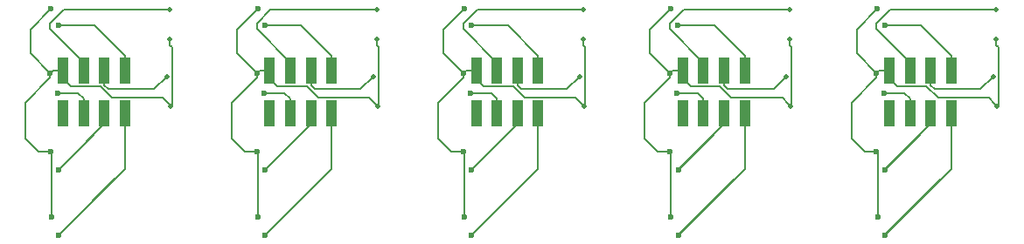
<source format=gbr>
G04 #@! TF.GenerationSoftware,KiCad,Pcbnew,(5.1.4)-1*
G04 #@! TF.CreationDate,2023-01-28T22:22:51+01:00*
G04 #@! TF.ProjectId,REG1-Front-Universal - Kopie,52454731-2d46-4726-9f6e-742d556e6976,V00.01*
G04 #@! TF.SameCoordinates,Original*
G04 #@! TF.FileFunction,Copper,L2,Bot*
G04 #@! TF.FilePolarity,Positive*
%FSLAX46Y46*%
G04 Gerber Fmt 4.6, Leading zero omitted, Abs format (unit mm)*
G04 Created by KiCad (PCBNEW (5.1.4)-1) date 2023-01-28 22:22:51*
%MOMM*%
%LPD*%
G04 APERTURE LIST*
%ADD10R,1.000000X2.580000*%
%ADD11C,0.600000*%
%ADD12C,0.500000*%
%ADD13C,0.160000*%
G04 APERTURE END LIST*
D10*
X182560000Y-122895000D03*
X182560000Y-127065000D03*
X184560000Y-122895000D03*
X184560000Y-127065000D03*
X186560000Y-122895000D03*
X186560000Y-127065000D03*
X188560000Y-122895000D03*
X188560000Y-127065000D03*
X162560000Y-122895000D03*
X162560000Y-127065000D03*
X164560000Y-122895000D03*
X164560000Y-127065000D03*
X166560000Y-122895000D03*
X166560000Y-127065000D03*
X168560000Y-122895000D03*
X168560000Y-127065000D03*
X142560000Y-122895000D03*
X142560000Y-127065000D03*
X144560000Y-122895000D03*
X144560000Y-127065000D03*
X146560000Y-122895000D03*
X146560000Y-127065000D03*
X148560000Y-122895000D03*
X148560000Y-127065000D03*
X122560000Y-122895000D03*
X122560000Y-127065000D03*
X124560000Y-122895000D03*
X124560000Y-127065000D03*
X126560000Y-122895000D03*
X126560000Y-127065000D03*
X128560000Y-122895000D03*
X128560000Y-127065000D03*
X108560000Y-127065000D03*
X108560000Y-122895000D03*
X106560000Y-127065000D03*
X106560000Y-122895000D03*
X104560000Y-127065000D03*
X104560000Y-122895000D03*
X102560000Y-127065000D03*
X102560000Y-122895000D03*
D11*
X101400000Y-116900000D03*
X101310000Y-123160000D03*
X101320000Y-130730000D03*
X101425000Y-137075000D03*
D12*
X112900000Y-119850000D03*
X113000000Y-126350000D03*
D11*
X121400000Y-116900000D03*
X141400000Y-116900000D03*
X161400000Y-116900000D03*
X181400000Y-116900000D03*
X121310000Y-123160000D03*
X141310000Y-123160000D03*
X161310000Y-123160000D03*
X181310000Y-123160000D03*
X121425000Y-137075000D03*
X141425000Y-137075000D03*
X161425000Y-137075000D03*
X181425000Y-137075000D03*
X121320000Y-130730000D03*
X141320000Y-130730000D03*
X161320000Y-130730000D03*
X181320000Y-130730000D03*
D12*
X132900000Y-119850000D03*
X152900000Y-119850000D03*
X172900000Y-119850000D03*
X192900000Y-119850000D03*
X133000000Y-126350000D03*
X153000000Y-126350000D03*
X173000000Y-126350000D03*
X193000000Y-126350000D03*
D11*
X102120000Y-132530000D03*
X122120000Y-132530000D03*
X142120000Y-132530000D03*
X162120000Y-132530000D03*
X182120000Y-132530000D03*
D12*
X112900000Y-116950000D03*
X132900000Y-116950000D03*
X152900000Y-116950000D03*
X172900000Y-116950000D03*
X192900000Y-116950000D03*
D11*
X102100000Y-118500000D03*
X122100000Y-118500000D03*
X142100000Y-118500000D03*
X162100000Y-118500000D03*
X182100000Y-118500000D03*
X102010000Y-125060000D03*
X122010000Y-125060000D03*
X142010000Y-125060000D03*
X162010000Y-125060000D03*
X182010000Y-125060000D03*
D12*
X112600000Y-123450000D03*
X132600000Y-123450000D03*
X152600000Y-123450000D03*
X172600000Y-123450000D03*
X192600000Y-123450000D03*
D11*
X102125000Y-138875000D03*
X122125000Y-138875000D03*
X142125000Y-138875000D03*
X162125000Y-138875000D03*
X182125000Y-138875000D03*
D13*
X101400000Y-116900000D02*
X99390000Y-118910000D01*
X99390000Y-121240000D02*
X101310000Y-123160000D01*
X99390000Y-118910000D02*
X99390000Y-121240000D01*
X100160000Y-130730000D02*
X101320000Y-130730000D01*
X98890000Y-129460000D02*
X100160000Y-130730000D01*
X98890000Y-126004264D02*
X98890000Y-129460000D01*
X101310000Y-123160000D02*
X101310000Y-123584264D01*
X101310000Y-123584264D02*
X98890000Y-126004264D01*
X101425000Y-130835000D02*
X101320000Y-130730000D01*
X101425000Y-137075000D02*
X101425000Y-130835000D01*
X112950001Y-126399999D02*
X113000000Y-126350000D01*
X113100000Y-126250000D02*
X113000000Y-126350000D01*
X113100000Y-120600000D02*
X113100000Y-126250000D01*
X112900000Y-120400000D02*
X113100000Y-120600000D01*
X112900000Y-119850000D02*
X112900000Y-120400000D01*
X101575000Y-122895000D02*
X101310000Y-123160000D01*
X102560000Y-122895000D02*
X101575000Y-122895000D01*
X112750001Y-126100001D02*
X113000000Y-126350000D01*
X112184999Y-125534999D02*
X112750001Y-126100001D01*
X107254998Y-125534999D02*
X112184999Y-125534999D01*
X106145000Y-124425001D02*
X107254998Y-125534999D01*
X103300001Y-124425001D02*
X106145000Y-124425001D01*
X102560000Y-123685000D02*
X103300001Y-124425001D01*
X102560000Y-122895000D02*
X102560000Y-123685000D01*
X123300001Y-124425001D02*
X126145000Y-124425001D01*
X143300001Y-124425001D02*
X146145000Y-124425001D01*
X163300001Y-124425001D02*
X166145000Y-124425001D01*
X183300001Y-124425001D02*
X186145000Y-124425001D01*
X122560000Y-123685000D02*
X123300001Y-124425001D01*
X142560000Y-123685000D02*
X143300001Y-124425001D01*
X162560000Y-123685000D02*
X163300001Y-124425001D01*
X182560000Y-123685000D02*
X183300001Y-124425001D01*
X121425000Y-137075000D02*
X121425000Y-130835000D01*
X141425000Y-137075000D02*
X141425000Y-130835000D01*
X161425000Y-137075000D02*
X161425000Y-130835000D01*
X181425000Y-137075000D02*
X181425000Y-130835000D01*
X122560000Y-122895000D02*
X121575000Y-122895000D01*
X142560000Y-122895000D02*
X141575000Y-122895000D01*
X162560000Y-122895000D02*
X161575000Y-122895000D01*
X182560000Y-122895000D02*
X181575000Y-122895000D01*
X120160000Y-130730000D02*
X121320000Y-130730000D01*
X140160000Y-130730000D02*
X141320000Y-130730000D01*
X160160000Y-130730000D02*
X161320000Y-130730000D01*
X180160000Y-130730000D02*
X181320000Y-130730000D01*
X126145000Y-124425001D02*
X127254998Y-125534999D01*
X146145000Y-124425001D02*
X147254998Y-125534999D01*
X166145000Y-124425001D02*
X167254998Y-125534999D01*
X186145000Y-124425001D02*
X187254998Y-125534999D01*
X122560000Y-122895000D02*
X122560000Y-123685000D01*
X142560000Y-122895000D02*
X142560000Y-123685000D01*
X162560000Y-122895000D02*
X162560000Y-123685000D01*
X182560000Y-122895000D02*
X182560000Y-123685000D01*
X133100000Y-120600000D02*
X133100000Y-126250000D01*
X153100000Y-120600000D02*
X153100000Y-126250000D01*
X173100000Y-120600000D02*
X173100000Y-126250000D01*
X193100000Y-120600000D02*
X193100000Y-126250000D01*
X132184999Y-125534999D02*
X132750001Y-126100001D01*
X152184999Y-125534999D02*
X152750001Y-126100001D01*
X172184999Y-125534999D02*
X172750001Y-126100001D01*
X192184999Y-125534999D02*
X192750001Y-126100001D01*
X133100000Y-126250000D02*
X133000000Y-126350000D01*
X153100000Y-126250000D02*
X153000000Y-126350000D01*
X173100000Y-126250000D02*
X173000000Y-126350000D01*
X193100000Y-126250000D02*
X193000000Y-126350000D01*
X121400000Y-116900000D02*
X119390000Y-118910000D01*
X141400000Y-116900000D02*
X139390000Y-118910000D01*
X161400000Y-116900000D02*
X159390000Y-118910000D01*
X181400000Y-116900000D02*
X179390000Y-118910000D01*
X119390000Y-121240000D02*
X121310000Y-123160000D01*
X139390000Y-121240000D02*
X141310000Y-123160000D01*
X159390000Y-121240000D02*
X161310000Y-123160000D01*
X179390000Y-121240000D02*
X181310000Y-123160000D01*
X118890000Y-129460000D02*
X120160000Y-130730000D01*
X138890000Y-129460000D02*
X140160000Y-130730000D01*
X158890000Y-129460000D02*
X160160000Y-130730000D01*
X178890000Y-129460000D02*
X180160000Y-130730000D01*
X119390000Y-118910000D02*
X119390000Y-121240000D01*
X139390000Y-118910000D02*
X139390000Y-121240000D01*
X159390000Y-118910000D02*
X159390000Y-121240000D01*
X179390000Y-118910000D02*
X179390000Y-121240000D01*
X121310000Y-123584264D02*
X118890000Y-126004264D01*
X141310000Y-123584264D02*
X138890000Y-126004264D01*
X161310000Y-123584264D02*
X158890000Y-126004264D01*
X181310000Y-123584264D02*
X178890000Y-126004264D01*
X121425000Y-130835000D02*
X121320000Y-130730000D01*
X141425000Y-130835000D02*
X141320000Y-130730000D01*
X161425000Y-130835000D02*
X161320000Y-130730000D01*
X181425000Y-130835000D02*
X181320000Y-130730000D01*
X132950001Y-126399999D02*
X133000000Y-126350000D01*
X152950001Y-126399999D02*
X153000000Y-126350000D01*
X172950001Y-126399999D02*
X173000000Y-126350000D01*
X192950001Y-126399999D02*
X193000000Y-126350000D01*
X118890000Y-126004264D02*
X118890000Y-129460000D01*
X138890000Y-126004264D02*
X138890000Y-129460000D01*
X158890000Y-126004264D02*
X158890000Y-129460000D01*
X178890000Y-126004264D02*
X178890000Y-129460000D01*
X132900000Y-120400000D02*
X133100000Y-120600000D01*
X152900000Y-120400000D02*
X153100000Y-120600000D01*
X172900000Y-120400000D02*
X173100000Y-120600000D01*
X192900000Y-120400000D02*
X193100000Y-120600000D01*
X132900000Y-119850000D02*
X132900000Y-120400000D01*
X152900000Y-119850000D02*
X152900000Y-120400000D01*
X172900000Y-119850000D02*
X172900000Y-120400000D01*
X192900000Y-119850000D02*
X192900000Y-120400000D01*
X132750001Y-126100001D02*
X133000000Y-126350000D01*
X152750001Y-126100001D02*
X153000000Y-126350000D01*
X172750001Y-126100001D02*
X173000000Y-126350000D01*
X192750001Y-126100001D02*
X193000000Y-126350000D01*
X127254998Y-125534999D02*
X132184999Y-125534999D01*
X147254998Y-125534999D02*
X152184999Y-125534999D01*
X167254998Y-125534999D02*
X172184999Y-125534999D01*
X187254998Y-125534999D02*
X192184999Y-125534999D01*
X121310000Y-123160000D02*
X121310000Y-123584264D01*
X141310000Y-123160000D02*
X141310000Y-123584264D01*
X161310000Y-123160000D02*
X161310000Y-123584264D01*
X181310000Y-123160000D02*
X181310000Y-123584264D01*
X121575000Y-122895000D02*
X121310000Y-123160000D01*
X141575000Y-122895000D02*
X141310000Y-123160000D01*
X161575000Y-122895000D02*
X161310000Y-123160000D01*
X181575000Y-122895000D02*
X181310000Y-123160000D01*
X102120000Y-132530000D02*
X105580000Y-129070000D01*
X102419999Y-132230001D02*
X102120000Y-132530000D01*
X106560000Y-128090000D02*
X102419999Y-132230001D01*
X106560000Y-127065000D02*
X106560000Y-128090000D01*
X126560000Y-128090000D02*
X122419999Y-132230001D01*
X146560000Y-128090000D02*
X142419999Y-132230001D01*
X166560000Y-128090000D02*
X162419999Y-132230001D01*
X186560000Y-128090000D02*
X182419999Y-132230001D01*
X126560000Y-127065000D02*
X126560000Y-128090000D01*
X146560000Y-127065000D02*
X146560000Y-128090000D01*
X166560000Y-127065000D02*
X166560000Y-128090000D01*
X186560000Y-127065000D02*
X186560000Y-128090000D01*
X122120000Y-132530000D02*
X125580000Y-129070000D01*
X142120000Y-132530000D02*
X145580000Y-129070000D01*
X162120000Y-132530000D02*
X165580000Y-129070000D01*
X182120000Y-132530000D02*
X185580000Y-129070000D01*
X122419999Y-132230001D02*
X122120000Y-132530000D01*
X142419999Y-132230001D02*
X142120000Y-132530000D01*
X162419999Y-132230001D02*
X162120000Y-132530000D01*
X182419999Y-132230001D02*
X182120000Y-132530000D01*
X104560000Y-122105000D02*
X101300000Y-118845000D01*
X104560000Y-122895000D02*
X104560000Y-122105000D01*
X101300000Y-118845000D02*
X101300000Y-118300000D01*
X102650000Y-116950000D02*
X112900000Y-116950000D01*
X101300000Y-118300000D02*
X102650000Y-116950000D01*
X124560000Y-122105000D02*
X121300000Y-118845000D01*
X144560000Y-122105000D02*
X141300000Y-118845000D01*
X164560000Y-122105000D02*
X161300000Y-118845000D01*
X184560000Y-122105000D02*
X181300000Y-118845000D01*
X124560000Y-122895000D02*
X124560000Y-122105000D01*
X144560000Y-122895000D02*
X144560000Y-122105000D01*
X164560000Y-122895000D02*
X164560000Y-122105000D01*
X184560000Y-122895000D02*
X184560000Y-122105000D01*
X121300000Y-118845000D02*
X121300000Y-118300000D01*
X141300000Y-118845000D02*
X141300000Y-118300000D01*
X161300000Y-118845000D02*
X161300000Y-118300000D01*
X181300000Y-118845000D02*
X181300000Y-118300000D01*
X122650000Y-116950000D02*
X132900000Y-116950000D01*
X142650000Y-116950000D02*
X152900000Y-116950000D01*
X162650000Y-116950000D02*
X172900000Y-116950000D01*
X182650000Y-116950000D02*
X192900000Y-116950000D01*
X121300000Y-118300000D02*
X122650000Y-116950000D01*
X141300000Y-118300000D02*
X142650000Y-116950000D01*
X161300000Y-118300000D02*
X162650000Y-116950000D01*
X181300000Y-118300000D02*
X182650000Y-116950000D01*
X102524264Y-118500000D02*
X102100000Y-118500000D01*
X105615000Y-118500000D02*
X103800000Y-118500000D01*
X108560000Y-121445000D02*
X105615000Y-118500000D01*
X108560000Y-122895000D02*
X108560000Y-121445000D01*
X103800000Y-118500000D02*
X102524264Y-118500000D01*
X122524264Y-118500000D02*
X122100000Y-118500000D01*
X142524264Y-118500000D02*
X142100000Y-118500000D01*
X162524264Y-118500000D02*
X162100000Y-118500000D01*
X182524264Y-118500000D02*
X182100000Y-118500000D01*
X125615000Y-118500000D02*
X123800000Y-118500000D01*
X145615000Y-118500000D02*
X143800000Y-118500000D01*
X165615000Y-118500000D02*
X163800000Y-118500000D01*
X185615000Y-118500000D02*
X183800000Y-118500000D01*
X128560000Y-121445000D02*
X125615000Y-118500000D01*
X148560000Y-121445000D02*
X145615000Y-118500000D01*
X168560000Y-121445000D02*
X165615000Y-118500000D01*
X188560000Y-121445000D02*
X185615000Y-118500000D01*
X128560000Y-122895000D02*
X128560000Y-121445000D01*
X148560000Y-122895000D02*
X148560000Y-121445000D01*
X168560000Y-122895000D02*
X168560000Y-121445000D01*
X188560000Y-122895000D02*
X188560000Y-121445000D01*
X123800000Y-118500000D02*
X122524264Y-118500000D01*
X143800000Y-118500000D02*
X142524264Y-118500000D01*
X163800000Y-118500000D02*
X162524264Y-118500000D01*
X183800000Y-118500000D02*
X182524264Y-118500000D01*
X102434264Y-125060000D02*
X102010000Y-125060000D01*
X104005000Y-125060000D02*
X102434264Y-125060000D01*
X104560000Y-125615000D02*
X104005000Y-125060000D01*
X104560000Y-127065000D02*
X104560000Y-125615000D01*
X122434264Y-125060000D02*
X122010000Y-125060000D01*
X142434264Y-125060000D02*
X142010000Y-125060000D01*
X162434264Y-125060000D02*
X162010000Y-125060000D01*
X182434264Y-125060000D02*
X182010000Y-125060000D01*
X124005000Y-125060000D02*
X122434264Y-125060000D01*
X144005000Y-125060000D02*
X142434264Y-125060000D01*
X164005000Y-125060000D02*
X162434264Y-125060000D01*
X184005000Y-125060000D02*
X182434264Y-125060000D01*
X124560000Y-127065000D02*
X124560000Y-125615000D01*
X144560000Y-127065000D02*
X144560000Y-125615000D01*
X164560000Y-127065000D02*
X164560000Y-125615000D01*
X184560000Y-127065000D02*
X184560000Y-125615000D01*
X124560000Y-125615000D02*
X124005000Y-125060000D01*
X144560000Y-125615000D02*
X144005000Y-125060000D01*
X164560000Y-125615000D02*
X164005000Y-125060000D01*
X184560000Y-125615000D02*
X184005000Y-125060000D01*
X106560000Y-124345000D02*
X106915000Y-124700000D01*
X106560000Y-122895000D02*
X106560000Y-124345000D01*
X111350000Y-124700000D02*
X112600000Y-123450000D01*
X106915000Y-124700000D02*
X111350000Y-124700000D01*
X126560000Y-124345000D02*
X126915000Y-124700000D01*
X146560000Y-124345000D02*
X146915000Y-124700000D01*
X166560000Y-124345000D02*
X166915000Y-124700000D01*
X186560000Y-124345000D02*
X186915000Y-124700000D01*
X126915000Y-124700000D02*
X131350000Y-124700000D01*
X146915000Y-124700000D02*
X151350000Y-124700000D01*
X166915000Y-124700000D02*
X171350000Y-124700000D01*
X186915000Y-124700000D02*
X191350000Y-124700000D01*
X126560000Y-122895000D02*
X126560000Y-124345000D01*
X146560000Y-122895000D02*
X146560000Y-124345000D01*
X166560000Y-122895000D02*
X166560000Y-124345000D01*
X186560000Y-122895000D02*
X186560000Y-124345000D01*
X131350000Y-124700000D02*
X132600000Y-123450000D01*
X151350000Y-124700000D02*
X152600000Y-123450000D01*
X171350000Y-124700000D02*
X172600000Y-123450000D01*
X191350000Y-124700000D02*
X192600000Y-123450000D01*
X102424999Y-138575001D02*
X102424999Y-138565001D01*
X102125000Y-138875000D02*
X102424999Y-138575001D01*
X102424999Y-138565001D02*
X107570000Y-133420000D01*
X108560000Y-132440000D02*
X102125000Y-138875000D01*
X108560000Y-127065000D02*
X108560000Y-132440000D01*
X128560000Y-132440000D02*
X122125000Y-138875000D01*
X148560000Y-132440000D02*
X142125000Y-138875000D01*
X168560000Y-132440000D02*
X162125000Y-138875000D01*
X188560000Y-132440000D02*
X182125000Y-138875000D01*
X122125000Y-138875000D02*
X122424999Y-138575001D01*
X142125000Y-138875000D02*
X142424999Y-138575001D01*
X162125000Y-138875000D02*
X162424999Y-138575001D01*
X182125000Y-138875000D02*
X182424999Y-138575001D01*
X122424999Y-138575001D02*
X122424999Y-138565001D01*
X142424999Y-138575001D02*
X142424999Y-138565001D01*
X162424999Y-138575001D02*
X162424999Y-138565001D01*
X182424999Y-138575001D02*
X182424999Y-138565001D01*
X122424999Y-138565001D02*
X127570000Y-133420000D01*
X142424999Y-138565001D02*
X147570000Y-133420000D01*
X162424999Y-138565001D02*
X167570000Y-133420000D01*
X182424999Y-138565001D02*
X187570000Y-133420000D01*
X128560000Y-127065000D02*
X128560000Y-132440000D01*
X148560000Y-127065000D02*
X148560000Y-132440000D01*
X168560000Y-127065000D02*
X168560000Y-132440000D01*
X188560000Y-127065000D02*
X188560000Y-132440000D01*
M02*

</source>
